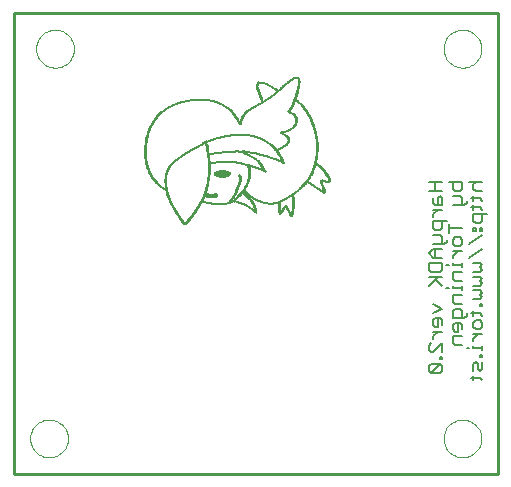
<source format=gbo>
G75*
%MOIN*%
%OFA0B0*%
%FSLAX24Y24*%
%IPPOS*%
%LPD*%
%AMOC8*
5,1,8,0,0,1.08239X$1,22.5*
%
%ADD10C,0.0100*%
%ADD11C,0.0000*%
%ADD12C,0.0050*%
%ADD13R,0.0010X0.0090*%
%ADD14R,0.0010X0.0130*%
%ADD15R,0.0010X0.0160*%
%ADD16R,0.0010X0.0190*%
%ADD17R,0.0010X0.0210*%
%ADD18R,0.0010X0.0230*%
%ADD19R,0.0010X0.0250*%
%ADD20R,0.0010X0.0070*%
%ADD21R,0.0010X0.0120*%
%ADD22R,0.0010X0.0110*%
%ADD23R,0.0010X0.0100*%
%ADD24R,0.0010X0.0050*%
%ADD25R,0.0010X0.0150*%
%ADD26R,0.0010X0.0080*%
%ADD27R,0.0010X0.0180*%
%ADD28R,0.0010X0.0240*%
%ADD29R,0.0010X0.0260*%
%ADD30R,0.0010X0.0290*%
%ADD31R,0.0010X0.0220*%
%ADD32R,0.0010X0.0280*%
%ADD33R,0.0010X0.0060*%
%ADD34R,0.0010X0.0350*%
%ADD35R,0.0010X0.0530*%
%ADD36R,0.0010X0.0670*%
%ADD37R,0.0010X0.0790*%
%ADD38R,0.0010X0.0890*%
%ADD39R,0.0010X0.0980*%
%ADD40R,0.0010X0.1120*%
%ADD41R,0.0010X0.0360*%
%ADD42R,0.0010X0.0440*%
%ADD43R,0.0010X0.0330*%
%ADD44R,0.0010X0.0300*%
%ADD45R,0.0010X0.0320*%
%ADD46R,0.0010X0.0270*%
%ADD47R,0.0010X0.0200*%
%ADD48R,0.0010X0.0170*%
%ADD49R,0.0010X0.0140*%
%ADD50R,0.0010X0.0040*%
%ADD51R,0.0010X0.0420*%
%ADD52R,0.0010X0.0470*%
%ADD53R,0.0010X0.0500*%
%ADD54R,0.0010X0.0340*%
%ADD55R,0.0010X0.0310*%
%ADD56R,0.0010X0.0390*%
%ADD57R,0.0010X0.0380*%
%ADD58R,0.0010X0.0570*%
%ADD59R,0.0010X0.0640*%
%ADD60R,0.0010X0.0750*%
%ADD61R,0.0010X0.0770*%
%ADD62R,0.0010X0.0010*%
%ADD63R,0.0010X0.0020*%
%ADD64R,0.0010X0.0030*%
%ADD65R,0.0010X0.0460*%
%ADD66R,0.0010X0.0430*%
%ADD67R,0.0010X0.0520*%
%ADD68R,0.0010X0.0560*%
%ADD69R,0.0010X0.0590*%
%ADD70R,0.0010X0.0620*%
%ADD71R,0.0010X0.0370*%
%ADD72R,0.0010X0.0400*%
%ADD73R,0.0010X0.0630*%
%ADD74R,0.0010X0.0940*%
%ADD75R,0.0010X0.1050*%
%ADD76R,0.0010X0.1180*%
%ADD77R,0.0010X0.0660*%
%ADD78R,0.0010X0.0540*%
%ADD79R,0.0010X0.0410*%
%ADD80R,0.0010X0.0810*%
%ADD81R,0.0010X0.0690*%
%ADD82R,0.0010X0.0450*%
%ADD83R,0.0010X0.1010*%
%ADD84R,0.0010X0.0930*%
%ADD85R,0.0010X0.0840*%
%ADD86R,0.0010X0.0740*%
%ADD87R,0.0010X0.0610*%
D10*
X000574Y000574D02*
X016715Y000574D01*
X016715Y015928D01*
X000574Y015928D01*
X000574Y000574D01*
X000574Y015928D01*
X016715Y015928D01*
X016715Y000574D01*
X000574Y000574D01*
D11*
X001125Y001755D02*
X001127Y001805D01*
X001133Y001855D01*
X001143Y001904D01*
X001157Y001952D01*
X001174Y001999D01*
X001195Y002044D01*
X001220Y002088D01*
X001248Y002129D01*
X001280Y002168D01*
X001314Y002205D01*
X001351Y002239D01*
X001391Y002269D01*
X001433Y002296D01*
X001477Y002320D01*
X001523Y002341D01*
X001570Y002357D01*
X001618Y002370D01*
X001668Y002379D01*
X001717Y002384D01*
X001768Y002385D01*
X001818Y002382D01*
X001867Y002375D01*
X001916Y002364D01*
X001964Y002349D01*
X002010Y002331D01*
X002055Y002309D01*
X002098Y002283D01*
X002139Y002254D01*
X002178Y002222D01*
X002214Y002187D01*
X002246Y002149D01*
X002276Y002109D01*
X002303Y002066D01*
X002326Y002022D01*
X002345Y001976D01*
X002361Y001928D01*
X002373Y001879D01*
X002381Y001830D01*
X002385Y001780D01*
X002385Y001730D01*
X002381Y001680D01*
X002373Y001631D01*
X002361Y001582D01*
X002345Y001534D01*
X002326Y001488D01*
X002303Y001444D01*
X002276Y001401D01*
X002246Y001361D01*
X002214Y001323D01*
X002178Y001288D01*
X002139Y001256D01*
X002098Y001227D01*
X002055Y001201D01*
X002010Y001179D01*
X001964Y001161D01*
X001916Y001146D01*
X001867Y001135D01*
X001818Y001128D01*
X001768Y001125D01*
X001717Y001126D01*
X001668Y001131D01*
X001618Y001140D01*
X001570Y001153D01*
X001523Y001169D01*
X001477Y001190D01*
X001433Y001214D01*
X001391Y001241D01*
X001351Y001271D01*
X001314Y001305D01*
X001280Y001342D01*
X001248Y001381D01*
X001220Y001422D01*
X001195Y001466D01*
X001174Y001511D01*
X001157Y001558D01*
X001143Y001606D01*
X001133Y001655D01*
X001127Y001705D01*
X001125Y001755D01*
X001322Y014747D02*
X001324Y014797D01*
X001330Y014847D01*
X001340Y014896D01*
X001354Y014944D01*
X001371Y014991D01*
X001392Y015036D01*
X001417Y015080D01*
X001445Y015121D01*
X001477Y015160D01*
X001511Y015197D01*
X001548Y015231D01*
X001588Y015261D01*
X001630Y015288D01*
X001674Y015312D01*
X001720Y015333D01*
X001767Y015349D01*
X001815Y015362D01*
X001865Y015371D01*
X001914Y015376D01*
X001965Y015377D01*
X002015Y015374D01*
X002064Y015367D01*
X002113Y015356D01*
X002161Y015341D01*
X002207Y015323D01*
X002252Y015301D01*
X002295Y015275D01*
X002336Y015246D01*
X002375Y015214D01*
X002411Y015179D01*
X002443Y015141D01*
X002473Y015101D01*
X002500Y015058D01*
X002523Y015014D01*
X002542Y014968D01*
X002558Y014920D01*
X002570Y014871D01*
X002578Y014822D01*
X002582Y014772D01*
X002582Y014722D01*
X002578Y014672D01*
X002570Y014623D01*
X002558Y014574D01*
X002542Y014526D01*
X002523Y014480D01*
X002500Y014436D01*
X002473Y014393D01*
X002443Y014353D01*
X002411Y014315D01*
X002375Y014280D01*
X002336Y014248D01*
X002295Y014219D01*
X002252Y014193D01*
X002207Y014171D01*
X002161Y014153D01*
X002113Y014138D01*
X002064Y014127D01*
X002015Y014120D01*
X001965Y014117D01*
X001914Y014118D01*
X001865Y014123D01*
X001815Y014132D01*
X001767Y014145D01*
X001720Y014161D01*
X001674Y014182D01*
X001630Y014206D01*
X001588Y014233D01*
X001548Y014263D01*
X001511Y014297D01*
X001477Y014334D01*
X001445Y014373D01*
X001417Y014414D01*
X001392Y014458D01*
X001371Y014503D01*
X001354Y014550D01*
X001340Y014598D01*
X001330Y014647D01*
X001324Y014697D01*
X001322Y014747D01*
X014904Y014747D02*
X014906Y014797D01*
X014912Y014847D01*
X014922Y014896D01*
X014936Y014944D01*
X014953Y014991D01*
X014974Y015036D01*
X014999Y015080D01*
X015027Y015121D01*
X015059Y015160D01*
X015093Y015197D01*
X015130Y015231D01*
X015170Y015261D01*
X015212Y015288D01*
X015256Y015312D01*
X015302Y015333D01*
X015349Y015349D01*
X015397Y015362D01*
X015447Y015371D01*
X015496Y015376D01*
X015547Y015377D01*
X015597Y015374D01*
X015646Y015367D01*
X015695Y015356D01*
X015743Y015341D01*
X015789Y015323D01*
X015834Y015301D01*
X015877Y015275D01*
X015918Y015246D01*
X015957Y015214D01*
X015993Y015179D01*
X016025Y015141D01*
X016055Y015101D01*
X016082Y015058D01*
X016105Y015014D01*
X016124Y014968D01*
X016140Y014920D01*
X016152Y014871D01*
X016160Y014822D01*
X016164Y014772D01*
X016164Y014722D01*
X016160Y014672D01*
X016152Y014623D01*
X016140Y014574D01*
X016124Y014526D01*
X016105Y014480D01*
X016082Y014436D01*
X016055Y014393D01*
X016025Y014353D01*
X015993Y014315D01*
X015957Y014280D01*
X015918Y014248D01*
X015877Y014219D01*
X015834Y014193D01*
X015789Y014171D01*
X015743Y014153D01*
X015695Y014138D01*
X015646Y014127D01*
X015597Y014120D01*
X015547Y014117D01*
X015496Y014118D01*
X015447Y014123D01*
X015397Y014132D01*
X015349Y014145D01*
X015302Y014161D01*
X015256Y014182D01*
X015212Y014206D01*
X015170Y014233D01*
X015130Y014263D01*
X015093Y014297D01*
X015059Y014334D01*
X015027Y014373D01*
X014999Y014414D01*
X014974Y014458D01*
X014953Y014503D01*
X014936Y014550D01*
X014922Y014598D01*
X014912Y014647D01*
X014906Y014697D01*
X014904Y014747D01*
X014904Y001755D02*
X014906Y001805D01*
X014912Y001855D01*
X014922Y001904D01*
X014936Y001952D01*
X014953Y001999D01*
X014974Y002044D01*
X014999Y002088D01*
X015027Y002129D01*
X015059Y002168D01*
X015093Y002205D01*
X015130Y002239D01*
X015170Y002269D01*
X015212Y002296D01*
X015256Y002320D01*
X015302Y002341D01*
X015349Y002357D01*
X015397Y002370D01*
X015447Y002379D01*
X015496Y002384D01*
X015547Y002385D01*
X015597Y002382D01*
X015646Y002375D01*
X015695Y002364D01*
X015743Y002349D01*
X015789Y002331D01*
X015834Y002309D01*
X015877Y002283D01*
X015918Y002254D01*
X015957Y002222D01*
X015993Y002187D01*
X016025Y002149D01*
X016055Y002109D01*
X016082Y002066D01*
X016105Y002022D01*
X016124Y001976D01*
X016140Y001928D01*
X016152Y001879D01*
X016160Y001830D01*
X016164Y001780D01*
X016164Y001730D01*
X016160Y001680D01*
X016152Y001631D01*
X016140Y001582D01*
X016124Y001534D01*
X016105Y001488D01*
X016082Y001444D01*
X016055Y001401D01*
X016025Y001361D01*
X015993Y001323D01*
X015957Y001288D01*
X015918Y001256D01*
X015877Y001227D01*
X015834Y001201D01*
X015789Y001179D01*
X015743Y001161D01*
X015695Y001146D01*
X015646Y001135D01*
X015597Y001128D01*
X015547Y001125D01*
X015496Y001126D01*
X015447Y001131D01*
X015397Y001140D01*
X015349Y001153D01*
X015302Y001169D01*
X015256Y001190D01*
X015212Y001214D01*
X015170Y001241D01*
X015130Y001271D01*
X015093Y001305D01*
X015059Y001342D01*
X015027Y001381D01*
X014999Y001422D01*
X014974Y001466D01*
X014953Y001511D01*
X014936Y001558D01*
X014922Y001606D01*
X014912Y001655D01*
X014906Y001705D01*
X014904Y001755D01*
D12*
X015896Y003701D02*
X015896Y003851D01*
X015821Y003776D02*
X016121Y003776D01*
X016196Y003701D01*
X016121Y004012D02*
X016046Y004087D01*
X016046Y004237D01*
X015971Y004312D01*
X015896Y004237D01*
X015896Y004012D01*
X016121Y004012D02*
X016196Y004087D01*
X016196Y004312D01*
X016196Y004467D02*
X016121Y004467D01*
X016121Y004542D01*
X016196Y004542D01*
X016196Y004467D01*
X016196Y004699D02*
X016196Y004849D01*
X016196Y004774D02*
X015896Y004774D01*
X015896Y004849D01*
X015896Y005007D02*
X015896Y005082D01*
X016046Y005233D01*
X016196Y005233D02*
X015896Y005233D01*
X015971Y005393D02*
X015896Y005468D01*
X015896Y005618D01*
X015971Y005693D01*
X016121Y005693D01*
X016196Y005618D01*
X016196Y005468D01*
X016121Y005393D01*
X015971Y005393D01*
X015526Y005391D02*
X015526Y005541D01*
X015451Y005616D01*
X015301Y005616D01*
X015226Y005541D01*
X015226Y005391D01*
X015301Y005316D01*
X015376Y005316D01*
X015376Y005616D01*
X015526Y005776D02*
X015526Y006002D01*
X015451Y006077D01*
X015301Y006077D01*
X015226Y006002D01*
X015226Y005776D01*
X015601Y005776D01*
X015676Y005851D01*
X015676Y005926D01*
X015821Y005925D02*
X016121Y005925D01*
X016196Y005850D01*
X015896Y005850D02*
X015896Y006000D01*
X016121Y006155D02*
X016196Y006155D01*
X016196Y006230D01*
X016121Y006230D01*
X016121Y006155D01*
X016121Y006390D02*
X015896Y006390D01*
X016121Y006390D02*
X016196Y006465D01*
X016121Y006540D01*
X016196Y006615D01*
X016121Y006690D01*
X015896Y006690D01*
X015896Y006851D02*
X016121Y006851D01*
X016196Y006926D01*
X016121Y007001D01*
X016196Y007076D01*
X016121Y007151D01*
X015896Y007151D01*
X015896Y007311D02*
X016121Y007311D01*
X016196Y007386D01*
X016121Y007461D01*
X016196Y007536D01*
X016121Y007611D01*
X015896Y007611D01*
X015746Y007771D02*
X016196Y008072D01*
X016196Y008532D02*
X015746Y008232D01*
X015526Y008230D02*
X015526Y008380D01*
X015451Y008455D01*
X015301Y008455D01*
X015226Y008380D01*
X015226Y008230D01*
X015301Y008155D01*
X015451Y008155D01*
X015526Y008230D01*
X015526Y007995D02*
X015226Y007995D01*
X015376Y007995D02*
X015226Y007845D01*
X015226Y007770D01*
X015226Y007611D02*
X015226Y007536D01*
X015526Y007536D01*
X015526Y007611D02*
X015526Y007461D01*
X015526Y007304D02*
X015226Y007304D01*
X015226Y007079D01*
X015301Y007004D01*
X015526Y007004D01*
X015526Y006844D02*
X015526Y006694D01*
X015526Y006769D02*
X015226Y006769D01*
X015226Y006844D01*
X015076Y006769D02*
X015001Y006769D01*
X014856Y006851D02*
X014631Y007076D01*
X014706Y007151D02*
X014406Y006851D01*
X014406Y007151D02*
X014856Y007151D01*
X014781Y007311D02*
X014481Y007311D01*
X014406Y007386D01*
X014406Y007611D01*
X014856Y007611D01*
X014856Y007386D01*
X014781Y007311D01*
X015001Y007536D02*
X015076Y007536D01*
X014856Y007771D02*
X014556Y007771D01*
X014406Y007922D01*
X014556Y008072D01*
X014856Y008072D01*
X014856Y008232D02*
X014856Y008457D01*
X014781Y008532D01*
X014556Y008532D01*
X014631Y008692D02*
X014781Y008692D01*
X014856Y008767D01*
X014856Y008992D01*
X015006Y008992D02*
X014556Y008992D01*
X014556Y008767D01*
X014631Y008692D01*
X015076Y008766D02*
X015526Y008766D01*
X015896Y008762D02*
X015896Y008687D01*
X015971Y008687D01*
X015971Y008762D01*
X015896Y008762D01*
X015971Y008922D02*
X016121Y008922D01*
X016196Y008997D01*
X016196Y009223D01*
X016346Y009223D02*
X015896Y009223D01*
X015896Y008997D01*
X015971Y008922D01*
X016121Y008762D02*
X016121Y008687D01*
X016196Y008687D01*
X016196Y008762D01*
X016121Y008762D01*
X016196Y009379D02*
X016121Y009455D01*
X015821Y009455D01*
X015896Y009530D02*
X015896Y009379D01*
X015896Y009686D02*
X015896Y009836D01*
X015821Y009761D02*
X016121Y009761D01*
X016196Y009686D01*
X016196Y009997D02*
X015971Y009997D01*
X015896Y010072D01*
X015896Y010222D01*
X015971Y010297D01*
X015746Y010297D02*
X016196Y010297D01*
X015526Y010297D02*
X015526Y010072D01*
X015451Y009997D01*
X015301Y009997D01*
X015226Y010072D01*
X015226Y010297D01*
X015076Y010297D02*
X015526Y010297D01*
X015451Y009836D02*
X015226Y009836D01*
X015451Y009836D02*
X015526Y009761D01*
X015526Y009536D01*
X015601Y009536D02*
X015676Y009611D01*
X015676Y009686D01*
X015601Y009536D02*
X015226Y009536D01*
X014856Y009536D02*
X014856Y009761D01*
X014781Y009836D01*
X014706Y009761D01*
X014706Y009536D01*
X014631Y009536D02*
X014856Y009536D01*
X014856Y009376D02*
X014556Y009376D01*
X014706Y009376D02*
X014556Y009226D01*
X014556Y009151D01*
X014631Y009536D02*
X014556Y009611D01*
X014556Y009761D01*
X014631Y009997D02*
X014631Y010297D01*
X014856Y010297D02*
X014406Y010297D01*
X014406Y009997D02*
X014856Y009997D01*
X015076Y008916D02*
X015076Y008615D01*
X015006Y008382D02*
X015006Y008307D01*
X014931Y008232D01*
X014556Y008232D01*
X014631Y008072D02*
X014631Y007771D01*
X015226Y006537D02*
X015226Y006312D01*
X015301Y006237D01*
X015526Y006237D01*
X015526Y006537D02*
X015226Y006537D01*
X014856Y006080D02*
X014556Y005930D01*
X014631Y005770D02*
X014556Y005695D01*
X014556Y005545D01*
X014631Y005469D01*
X014706Y005469D01*
X014706Y005770D01*
X014781Y005770D02*
X014631Y005770D01*
X014781Y005770D02*
X014856Y005695D01*
X014856Y005545D01*
X014856Y005309D02*
X014556Y005309D01*
X014556Y005159D02*
X014556Y005084D01*
X014556Y005159D02*
X014706Y005309D01*
X014856Y004926D02*
X014556Y004625D01*
X014481Y004625D01*
X014406Y004700D01*
X014406Y004851D01*
X014481Y004926D01*
X014856Y004926D02*
X014856Y004625D01*
X014856Y004465D02*
X014856Y004390D01*
X014781Y004390D01*
X014781Y004465D01*
X014856Y004465D01*
X014781Y004235D02*
X014481Y003935D01*
X014781Y003935D01*
X014856Y004010D01*
X014856Y004160D01*
X014781Y004235D01*
X014481Y004235D01*
X014406Y004160D01*
X014406Y004010D01*
X014481Y003935D01*
X015301Y004856D02*
X015526Y004856D01*
X015671Y004774D02*
X015746Y004774D01*
X015526Y005156D02*
X015226Y005156D01*
X015226Y004931D01*
X015301Y004856D01*
X014856Y006080D02*
X014556Y006230D01*
D13*
X010820Y010025D03*
X010770Y010055D03*
X010740Y010075D03*
X010710Y010095D03*
X010680Y010115D03*
X010650Y010135D03*
X010620Y010155D03*
X010610Y010165D03*
X010590Y010175D03*
X010580Y010185D03*
X010550Y010205D03*
X010520Y010225D03*
X010510Y010235D03*
X010490Y010245D03*
X010480Y010255D03*
X010450Y010275D03*
X010440Y010285D03*
X010190Y010125D03*
X010180Y010115D03*
X010170Y010105D03*
X010160Y010095D03*
X010150Y010085D03*
X010140Y010075D03*
X010110Y010055D03*
X010100Y010045D03*
X010090Y010035D03*
X010080Y010025D03*
X010070Y010015D03*
X010060Y010015D03*
X010050Y010005D03*
X010040Y009995D03*
X010030Y009985D03*
X010020Y009975D03*
X010010Y009975D03*
X010000Y009965D03*
X009990Y009955D03*
X009960Y009935D03*
X009950Y009925D03*
X009930Y009915D03*
X009920Y009905D03*
X009860Y009865D03*
X009830Y009845D03*
X009780Y009815D03*
X009750Y009795D03*
X009670Y009475D03*
X009660Y009475D03*
X009650Y009465D03*
X008610Y009345D03*
X008580Y009365D03*
X008570Y009375D03*
X008540Y009395D03*
X008530Y009405D03*
X008510Y009415D03*
X008500Y009425D03*
X008470Y009445D03*
X008440Y009465D03*
X008410Y009485D03*
X008580Y009765D03*
X008530Y009795D03*
X008500Y009815D03*
X008490Y009825D03*
X008470Y009835D03*
X008050Y009785D03*
X008040Y009775D03*
X008030Y009765D03*
X008020Y009755D03*
X008010Y009745D03*
X007930Y009685D03*
X007910Y009675D03*
X007370Y009855D03*
X007290Y010555D03*
X008110Y010505D03*
X008380Y010865D03*
X008610Y011095D03*
X008620Y011085D03*
X008640Y011075D03*
X008650Y011065D03*
X008660Y011055D03*
X008670Y011045D03*
X008690Y011035D03*
X008700Y011025D03*
X008710Y011015D03*
X008720Y011005D03*
X008730Y010995D03*
X008740Y010985D03*
X008970Y010685D03*
X009600Y010955D03*
X009610Y011495D03*
X009630Y011505D03*
X009640Y011515D03*
X009650Y011525D03*
X009670Y011535D03*
X009680Y011545D03*
X009690Y011555D03*
X009700Y011565D03*
X009690Y011825D03*
X009680Y011835D03*
X009670Y011845D03*
X009650Y011855D03*
X009520Y011935D03*
X009850Y012075D03*
X009880Y012095D03*
X009890Y012105D03*
X009900Y012115D03*
X009940Y012535D03*
X009930Y012545D03*
X009920Y012555D03*
X009750Y012645D03*
X010030Y013005D03*
X010020Y013015D03*
X010050Y012995D03*
X010060Y012985D03*
X010070Y012975D03*
X010080Y012965D03*
X010110Y012945D03*
X010120Y012935D03*
X010130Y012925D03*
X010140Y012915D03*
X010150Y012905D03*
X010160Y012895D03*
X009580Y013475D03*
X009570Y013465D03*
X009590Y013485D03*
X009600Y013495D03*
X009610Y013505D03*
X009620Y013515D03*
X009630Y013525D03*
X009660Y013545D03*
X009670Y013555D03*
X009680Y013565D03*
X009690Y013575D03*
X009700Y013585D03*
X009710Y013595D03*
X009730Y013605D03*
X009740Y013615D03*
X009750Y013625D03*
X009760Y013635D03*
X009770Y013645D03*
X009780Y013655D03*
X009790Y013655D03*
X009800Y013665D03*
X009810Y013675D03*
X009820Y013685D03*
X009840Y013695D03*
X009850Y013705D03*
X009880Y013725D03*
X010050Y013765D03*
X010060Y013755D03*
X009540Y013445D03*
X009530Y013435D03*
X009520Y013425D03*
X009510Y013415D03*
X009500Y013405D03*
X009490Y013395D03*
X009460Y013375D03*
X009450Y013365D03*
X009440Y013355D03*
X009430Y013345D03*
X009420Y013335D03*
X009410Y013325D03*
X009400Y013325D03*
X009340Y013275D03*
X009330Y013265D03*
X009320Y013255D03*
X009310Y013245D03*
X009290Y013235D03*
X009280Y013225D03*
X009270Y013215D03*
X009250Y013205D03*
X009240Y013195D03*
X009230Y013185D03*
X009210Y013175D03*
X009200Y013165D03*
X009190Y013155D03*
X009170Y013145D03*
X009160Y013135D03*
X009130Y013115D03*
X009100Y013095D03*
X009070Y013075D03*
X009040Y013055D03*
X009010Y013035D03*
X008980Y013015D03*
X008930Y012985D03*
X008910Y012975D03*
X008520Y012755D03*
X008490Y012735D03*
X008480Y012725D03*
X008460Y012715D03*
X008450Y012705D03*
X008440Y012695D03*
X008420Y012685D03*
X008410Y012675D03*
X008400Y012665D03*
X008390Y012655D03*
X008380Y012645D03*
X007810Y012685D03*
X007800Y012695D03*
X007790Y012705D03*
X007780Y012715D03*
X007770Y012725D03*
X007760Y012735D03*
X007740Y012745D03*
X007730Y012755D03*
X007720Y012765D03*
X007710Y012775D03*
X007700Y012775D03*
X007690Y012785D03*
X007680Y012795D03*
X007660Y012805D03*
X007650Y012815D03*
X007620Y012835D03*
X008990Y011665D03*
X009020Y011645D03*
X009040Y011635D03*
X009050Y011625D03*
X009080Y011605D03*
X009090Y011595D03*
X009110Y011585D03*
X009120Y011575D03*
X009130Y011565D03*
X009140Y011555D03*
X009160Y011545D03*
X009170Y011535D03*
X009180Y011525D03*
X009190Y011515D03*
X009200Y011505D03*
X009210Y011495D03*
X008200Y011305D03*
X008190Y011305D03*
X008180Y011305D03*
X006970Y011605D03*
X006960Y011605D03*
X006950Y011595D03*
X006930Y011585D03*
X006900Y011565D03*
X006880Y011555D03*
X006860Y011545D03*
X006850Y011545D03*
X006840Y011535D03*
X006830Y011535D03*
X006820Y011525D03*
X006810Y011525D03*
X006800Y011515D03*
X006790Y011515D03*
X006780Y011505D03*
X006760Y011495D03*
X006740Y011485D03*
X006720Y011475D03*
X006430Y011315D03*
X006380Y011285D03*
X006330Y011255D03*
X006300Y011235D03*
X006270Y011215D03*
X006240Y011195D03*
X006210Y011175D03*
X006180Y011155D03*
X006170Y011145D03*
X006150Y011135D03*
X006140Y011125D03*
X006130Y011115D03*
X006110Y011105D03*
X006100Y011095D03*
X006090Y011085D03*
X006070Y011075D03*
X006060Y011065D03*
X006050Y011055D03*
X006040Y011045D03*
X006030Y011045D03*
X006020Y011035D03*
X006010Y011025D03*
X006000Y011015D03*
X005990Y011005D03*
X005980Y010995D03*
X005410Y010225D03*
X005420Y010215D03*
X005430Y010205D03*
X005440Y010195D03*
X005450Y010185D03*
X005460Y010175D03*
X005470Y010175D03*
X005480Y010165D03*
X005490Y010155D03*
X005500Y010145D03*
X005520Y010135D03*
X005530Y010125D03*
X005560Y010105D03*
X005590Y010085D03*
X006290Y008905D03*
X006320Y008905D03*
X005510Y012605D03*
X005520Y012615D03*
X005530Y012625D03*
X005540Y012635D03*
X005550Y012645D03*
X005560Y012645D03*
X005570Y012655D03*
X005580Y012665D03*
X005590Y012675D03*
X005610Y012685D03*
X005620Y012695D03*
X005630Y012705D03*
X005650Y012715D03*
X005660Y012725D03*
X005710Y012755D03*
X009170Y013485D03*
X009220Y013455D03*
X009250Y013435D03*
X009280Y013415D03*
X009310Y013395D03*
X009340Y013375D03*
X010690Y010895D03*
X010700Y010885D03*
X010710Y010875D03*
X010730Y010865D03*
X010740Y010855D03*
X010750Y010845D03*
X010760Y010835D03*
X010770Y010825D03*
X010780Y010815D03*
X011150Y010375D03*
D14*
X011140Y010375D03*
X011080Y010475D03*
X011070Y010495D03*
X010450Y010445D03*
X010440Y010425D03*
X010430Y010415D03*
X010390Y010345D03*
X009580Y010985D03*
X009470Y011175D03*
X009450Y011205D03*
X009440Y011225D03*
X009430Y011235D03*
X008940Y010715D03*
X008950Y010705D03*
X008400Y010835D03*
X008330Y011275D03*
X008320Y011275D03*
X008300Y011285D03*
X008290Y011285D03*
X008130Y012265D03*
X008060Y012375D03*
X008040Y012405D03*
X008030Y012425D03*
X008020Y012435D03*
X008250Y012495D03*
X008260Y012515D03*
X008680Y013475D03*
X009380Y013325D03*
X009820Y012735D03*
X009770Y012655D03*
X009970Y012195D03*
X009570Y011925D03*
X010400Y012585D03*
X010380Y012615D03*
X010370Y012635D03*
X010360Y012645D03*
X008230Y009975D03*
X007940Y009835D03*
X007920Y009805D03*
X007800Y009645D03*
X007320Y009855D03*
X007040Y009855D03*
X006760Y009495D03*
X006750Y009475D03*
X006730Y009445D03*
X006720Y009425D03*
X006710Y009415D03*
X006700Y009395D03*
X006680Y009365D03*
X006660Y009335D03*
X006640Y009305D03*
X006140Y009095D03*
X006120Y009125D03*
X006110Y009145D03*
X006100Y009155D03*
X006090Y009175D03*
X006080Y009185D03*
X006070Y009205D03*
X006060Y009225D03*
X006050Y009235D03*
X006040Y009255D03*
X006020Y009285D03*
X006000Y009315D03*
X005990Y009335D03*
X005960Y009385D03*
X005210Y010465D03*
X005190Y010495D03*
X005750Y010735D03*
X005760Y010755D03*
X005770Y010765D03*
X006990Y011595D03*
X007310Y010555D03*
X008550Y009625D03*
X008560Y009605D03*
X009480Y009285D03*
X009570Y009375D03*
X009810Y009235D03*
X009850Y009215D03*
X005240Y012285D03*
X005230Y012275D03*
X005220Y012255D03*
X005250Y012305D03*
X005270Y012335D03*
D15*
X005170Y012160D03*
X005160Y012140D03*
X005150Y012120D03*
X005120Y010630D03*
X005130Y010610D03*
X005140Y010590D03*
X005630Y010340D03*
X005840Y009600D03*
X006870Y009690D03*
X007100Y009850D03*
X007110Y009850D03*
X007120Y009850D03*
X007130Y009850D03*
X007140Y009850D03*
X007150Y009850D03*
X007160Y009850D03*
X007170Y009850D03*
X007180Y009850D03*
X007190Y009850D03*
X007200Y009850D03*
X007210Y009850D03*
X007220Y009850D03*
X007230Y009850D03*
X007240Y009850D03*
X007250Y009850D03*
X007260Y009850D03*
X007850Y009680D03*
X007860Y009690D03*
X007990Y009700D03*
X008000Y009700D03*
X007970Y009890D03*
X007980Y009910D03*
X008240Y009980D03*
X008350Y010180D03*
X008360Y010200D03*
X007770Y010560D03*
X007340Y010560D03*
X007000Y011580D03*
X008210Y012420D03*
X008890Y013000D03*
X008750Y013340D03*
X009360Y013320D03*
X009880Y012840D03*
X009870Y012820D03*
X009860Y012800D03*
X009790Y012660D03*
X009980Y012220D03*
X010480Y012440D03*
X009380Y011330D03*
X009560Y011010D03*
X010400Y010350D03*
X010520Y010570D03*
X010530Y010590D03*
X011130Y010380D03*
X009720Y009410D03*
X009730Y009390D03*
X009740Y009370D03*
X009750Y009350D03*
X009760Y009330D03*
X009770Y009310D03*
X009780Y009290D03*
X008680Y009330D03*
X008590Y009550D03*
X008410Y010820D03*
D16*
X008890Y010765D03*
X008900Y010755D03*
X008390Y010275D03*
X008060Y010105D03*
X008050Y010075D03*
X008030Y010025D03*
X008430Y009815D03*
X008440Y009805D03*
X008450Y009795D03*
X007740Y010555D03*
X007370Y010555D03*
X006950Y009865D03*
X005780Y009745D03*
X005710Y010645D03*
X005090Y010705D03*
X005110Y012025D03*
X008810Y013195D03*
X009940Y012985D03*
X009960Y013035D03*
X010550Y012275D03*
X010580Y010715D03*
X010570Y010685D03*
X010850Y010285D03*
X011120Y010385D03*
X009880Y009825D03*
D17*
X010420Y010355D03*
X010890Y010185D03*
X010940Y010035D03*
X011110Y010395D03*
X009770Y011695D03*
X009520Y011055D03*
X008880Y010775D03*
X008260Y009985D03*
X008090Y010185D03*
X007710Y010555D03*
X007700Y010555D03*
X007400Y010555D03*
X007390Y010555D03*
X007010Y011565D03*
X008160Y012305D03*
X008830Y013145D03*
X009810Y012675D03*
X010040Y012355D03*
X010580Y012195D03*
X009980Y013095D03*
X010130Y013615D03*
X005760Y009795D03*
D18*
X005740Y009855D03*
X005060Y010795D03*
X005080Y011935D03*
X007430Y010555D03*
X007440Y010555D03*
X007450Y010555D03*
X007660Y010555D03*
X007670Y010555D03*
X007680Y010555D03*
X008160Y010405D03*
X009510Y011065D03*
X009760Y011695D03*
X010610Y010805D03*
X011100Y010395D03*
X008870Y013025D03*
X008170Y012315D03*
X010020Y013215D03*
D19*
X010030Y013245D03*
X008710Y013465D03*
X008180Y012325D03*
X007620Y010555D03*
X007610Y010555D03*
X007600Y010555D03*
X007590Y010555D03*
X007580Y010555D03*
X007570Y010555D03*
X007560Y010555D03*
X007550Y010555D03*
X007540Y010555D03*
X007530Y010555D03*
X007520Y010555D03*
X007510Y010555D03*
X007500Y010555D03*
X007490Y010555D03*
X008110Y010255D03*
X008280Y009995D03*
X008640Y009405D03*
X009950Y009595D03*
X010870Y010255D03*
X011090Y010405D03*
X010620Y010835D03*
X005730Y009895D03*
X005050Y010825D03*
D20*
X006570Y011395D03*
X006590Y011405D03*
X007040Y011645D03*
X007070Y011655D03*
X007090Y011665D03*
X007110Y011675D03*
X007120Y011675D03*
X007140Y011685D03*
X007170Y011695D03*
X007190Y011705D03*
X007200Y011705D03*
X007220Y011715D03*
X007230Y011715D03*
X007250Y011725D03*
X007260Y011725D03*
X007280Y011735D03*
X007290Y011735D03*
X007310Y011745D03*
X007320Y011745D03*
X007330Y011745D03*
X007340Y011755D03*
X007350Y011755D03*
X007360Y011755D03*
X007380Y011765D03*
X007390Y011765D03*
X007400Y011765D03*
X007410Y011775D03*
X007420Y011775D03*
X007430Y011775D03*
X007450Y011785D03*
X007460Y011785D03*
X007470Y011785D03*
X007480Y011785D03*
X007490Y011795D03*
X007500Y011795D03*
X007510Y011795D03*
X007520Y011795D03*
X007530Y011805D03*
X007540Y011805D03*
X007550Y011805D03*
X007560Y011805D03*
X007580Y011815D03*
X007590Y011815D03*
X007600Y011815D03*
X007610Y011815D03*
X007620Y011815D03*
X007630Y011825D03*
X007640Y011825D03*
X007650Y011825D03*
X007660Y011825D03*
X007670Y011825D03*
X007680Y011835D03*
X007690Y011835D03*
X007700Y011835D03*
X007710Y011835D03*
X007720Y011835D03*
X007730Y011835D03*
X007740Y011845D03*
X007750Y011845D03*
X007760Y011845D03*
X007770Y011845D03*
X007780Y011845D03*
X007790Y011845D03*
X007800Y011845D03*
X007820Y011855D03*
X007830Y011855D03*
X007840Y011855D03*
X007850Y011855D03*
X007860Y011855D03*
X007870Y011855D03*
X007880Y011855D03*
X007890Y011855D03*
X007900Y011865D03*
X007910Y011865D03*
X007920Y011865D03*
X007930Y011865D03*
X007940Y011865D03*
X007950Y011865D03*
X007960Y011865D03*
X007970Y011865D03*
X007980Y011865D03*
X007990Y011865D03*
X008000Y011865D03*
X008010Y011865D03*
X008020Y011865D03*
X008030Y011865D03*
X008060Y011875D03*
X008070Y011875D03*
X008080Y011875D03*
X008090Y011875D03*
X008100Y011875D03*
X008110Y011875D03*
X008120Y011875D03*
X008130Y011875D03*
X008140Y011875D03*
X008150Y011875D03*
X008160Y011875D03*
X008170Y011875D03*
X008180Y011875D03*
X008190Y011875D03*
X008200Y011875D03*
X008210Y011875D03*
X008220Y011875D03*
X008250Y011865D03*
X008260Y011865D03*
X008270Y011865D03*
X008280Y011865D03*
X008290Y011865D03*
X008300Y011865D03*
X008310Y011865D03*
X008320Y011865D03*
X008330Y011865D03*
X008340Y011865D03*
X008350Y011865D03*
X008360Y011865D03*
X008370Y011865D03*
X008390Y011855D03*
X008400Y011855D03*
X008410Y011855D03*
X008420Y011855D03*
X008430Y011855D03*
X008440Y011855D03*
X008450Y011855D03*
X008460Y011855D03*
X008470Y011845D03*
X008480Y011845D03*
X008490Y011845D03*
X008500Y011845D03*
X008510Y011845D03*
X008520Y011845D03*
X008530Y011845D03*
X008540Y011835D03*
X008550Y011835D03*
X008560Y011835D03*
X008570Y011835D03*
X008590Y011825D03*
X008600Y011825D03*
X008610Y011825D03*
X008630Y011815D03*
X008640Y011815D03*
X008650Y011815D03*
X008670Y011805D03*
X008680Y011805D03*
X008700Y011795D03*
X008710Y011795D03*
X008730Y011785D03*
X008740Y011785D03*
X008760Y011775D03*
X008770Y011775D03*
X008790Y011765D03*
X008820Y011755D03*
X008840Y011745D03*
X008860Y011735D03*
X008880Y011725D03*
X008900Y011715D03*
X008920Y011705D03*
X008460Y011295D03*
X008450Y011295D03*
X008440Y011295D03*
X008430Y011295D03*
X008420Y011295D03*
X008410Y011295D03*
X008390Y011305D03*
X008380Y011305D03*
X008470Y011285D03*
X008480Y011285D03*
X008490Y011285D03*
X008500Y011285D03*
X008510Y011285D03*
X008520Y011285D03*
X008530Y011275D03*
X008540Y011275D03*
X008550Y011275D03*
X008560Y011275D03*
X008570Y011275D03*
X008580Y011265D03*
X008590Y011265D03*
X008600Y011265D03*
X008610Y011265D03*
X008620Y011265D03*
X008640Y011255D03*
X008650Y011255D03*
X008660Y011255D03*
X008670Y011255D03*
X008680Y011245D03*
X008690Y011245D03*
X008700Y011245D03*
X008710Y011245D03*
X008730Y011235D03*
X008740Y011235D03*
X008750Y011235D03*
X008770Y011225D03*
X008780Y011225D03*
X008790Y011225D03*
X008810Y011215D03*
X008820Y011215D03*
X008830Y011215D03*
X008850Y011205D03*
X008860Y011205D03*
X008870Y011205D03*
X008890Y011195D03*
X008900Y011195D03*
X008910Y011195D03*
X008920Y011185D03*
X008930Y011185D03*
X008940Y011185D03*
X008960Y011175D03*
X008970Y011175D03*
X008980Y011175D03*
X008990Y011165D03*
X009000Y011165D03*
X009010Y011165D03*
X009020Y011155D03*
X009030Y011155D03*
X009040Y011155D03*
X009060Y011145D03*
X009070Y011145D03*
X009090Y011135D03*
X009100Y011135D03*
X009120Y011125D03*
X009130Y011125D03*
X009150Y011115D03*
X009160Y011115D03*
X009170Y011115D03*
X009180Y011105D03*
X009190Y011105D03*
X009210Y011095D03*
X009220Y011095D03*
X009240Y011085D03*
X009250Y011085D03*
X009270Y011075D03*
X009280Y011075D03*
X009300Y011065D03*
X009310Y011065D03*
X009330Y011055D03*
X009340Y011055D03*
X009360Y011045D03*
X009380Y011035D03*
X009390Y011035D03*
X009410Y011025D03*
X009440Y011015D03*
X009460Y011005D03*
X009470Y011005D03*
X009490Y010995D03*
X009610Y010945D03*
X009410Y011385D03*
X009430Y011395D03*
X009500Y011935D03*
X009610Y011975D03*
X009620Y011975D03*
X009630Y011975D03*
X009650Y011985D03*
X009660Y011985D03*
X009680Y011995D03*
X009710Y012005D03*
X009730Y012015D03*
X009780Y012035D03*
X009840Y012595D03*
X009820Y012605D03*
X009740Y012645D03*
X009100Y013525D03*
X009040Y013555D03*
X009020Y013565D03*
X009000Y013575D03*
X008980Y013585D03*
X008970Y013585D03*
X008950Y013595D03*
X008940Y013595D03*
X008920Y013605D03*
X008910Y013605D03*
X008900Y013605D03*
X008890Y013615D03*
X008880Y013615D03*
X008870Y013615D03*
X008860Y013615D03*
X008850Y013615D03*
X008840Y013615D03*
X008830Y013615D03*
X008820Y013615D03*
X008810Y013615D03*
X008800Y013615D03*
X008740Y012875D03*
X008590Y012795D03*
X007490Y012905D03*
X007470Y012915D03*
X007450Y012925D03*
X007430Y012935D03*
X007400Y012945D03*
X007380Y012955D03*
X007370Y012955D03*
X007350Y012965D03*
X007340Y012965D03*
X007320Y012975D03*
X007310Y012975D03*
X007290Y012985D03*
X007280Y012985D03*
X007260Y012995D03*
X007250Y012995D03*
X007240Y012995D03*
X007220Y013005D03*
X007210Y013005D03*
X007200Y013005D03*
X007180Y013015D03*
X007170Y013015D03*
X007160Y013015D03*
X007150Y013015D03*
X007130Y013025D03*
X007120Y013025D03*
X007110Y013025D03*
X007100Y013025D03*
X007090Y013025D03*
X007080Y013035D03*
X007070Y013035D03*
X007060Y013035D03*
X007050Y013035D03*
X007040Y013035D03*
X007030Y013035D03*
X007020Y013035D03*
X007010Y013035D03*
X007000Y013045D03*
X006990Y013045D03*
X006980Y013045D03*
X006970Y013045D03*
X006960Y013045D03*
X006950Y013045D03*
X006940Y013045D03*
X006930Y013045D03*
X006920Y013045D03*
X006910Y013045D03*
X006900Y013045D03*
X006890Y013045D03*
X006880Y013045D03*
X006870Y013045D03*
X006860Y013045D03*
X006850Y013045D03*
X006840Y013045D03*
X006800Y013045D03*
X006790Y013045D03*
X006780Y013045D03*
X006770Y013045D03*
X006760Y013045D03*
X006750Y013045D03*
X006740Y013045D03*
X006730Y013045D03*
X006720Y013045D03*
X006710Y013045D03*
X006700Y013045D03*
X006690Y013045D03*
X006680Y013045D03*
X006670Y013045D03*
X006660Y013045D03*
X006650Y013045D03*
X006640Y013045D03*
X006630Y013045D03*
X006620Y013045D03*
X006610Y013035D03*
X006600Y013035D03*
X006590Y013035D03*
X006580Y013035D03*
X006570Y013035D03*
X006560Y013035D03*
X006550Y013035D03*
X006540Y013035D03*
X006530Y013035D03*
X006520Y013025D03*
X006510Y013025D03*
X006500Y013025D03*
X006490Y013025D03*
X006480Y013025D03*
X006470Y013025D03*
X006460Y013015D03*
X006450Y013015D03*
X006440Y013015D03*
X006430Y013015D03*
X006420Y013015D03*
X006410Y013015D03*
X006390Y013005D03*
X006380Y013005D03*
X006370Y013005D03*
X006360Y013005D03*
X006340Y012995D03*
X006330Y012995D03*
X006320Y012995D03*
X006310Y012995D03*
X006300Y012985D03*
X006290Y012985D03*
X006280Y012985D03*
X006270Y012985D03*
X006250Y012975D03*
X006240Y012975D03*
X006230Y012975D03*
X006220Y012965D03*
X006210Y012965D03*
X006200Y012965D03*
X006180Y012955D03*
X006170Y012955D03*
X006160Y012955D03*
X006140Y012945D03*
X006130Y012945D03*
X006110Y012935D03*
X006100Y012935D03*
X006090Y012935D03*
X006080Y012925D03*
X006070Y012925D03*
X006060Y012925D03*
X006040Y012915D03*
X006020Y012905D03*
X006010Y012905D03*
X005990Y012895D03*
X005980Y012895D03*
X005960Y012885D03*
X005940Y012875D03*
X005920Y012865D03*
X005870Y012845D03*
X005850Y012835D03*
X007540Y011295D03*
X007550Y011295D03*
X007560Y011295D03*
X007570Y011295D03*
X007580Y011295D03*
X007590Y011295D03*
X007600Y011295D03*
X007610Y011295D03*
X007630Y011305D03*
X007640Y011305D03*
X007650Y011305D03*
X007660Y011305D03*
X007670Y011305D03*
X007680Y011305D03*
X007690Y011305D03*
X007700Y011305D03*
X007710Y011305D03*
X007720Y011305D03*
X007750Y011315D03*
X007760Y011315D03*
X007770Y011315D03*
X007780Y011315D03*
X007790Y011315D03*
X007800Y011315D03*
X007810Y011315D03*
X007820Y011315D03*
X007830Y011315D03*
X007840Y011315D03*
X007850Y011315D03*
X007860Y011315D03*
X007870Y011315D03*
X007880Y011315D03*
X007890Y011315D03*
X007900Y011315D03*
X007910Y011315D03*
X007920Y011315D03*
X007930Y011315D03*
X008000Y011325D03*
X008010Y011325D03*
X008020Y011325D03*
X008030Y011325D03*
X008040Y011325D03*
X008050Y011325D03*
X008060Y011325D03*
X008070Y011325D03*
X008130Y011315D03*
X008010Y010955D03*
X008000Y010955D03*
X007990Y010955D03*
X007980Y010955D03*
X007970Y010955D03*
X007960Y010955D03*
X007950Y010955D03*
X007940Y010955D03*
X007920Y010965D03*
X007910Y010965D03*
X007900Y010965D03*
X007890Y010965D03*
X007880Y010965D03*
X007870Y010965D03*
X007860Y010965D03*
X007850Y010965D03*
X007840Y010965D03*
X007830Y010965D03*
X007820Y010965D03*
X007810Y010965D03*
X007800Y010965D03*
X007790Y010965D03*
X007780Y010965D03*
X007770Y010965D03*
X007760Y010965D03*
X007750Y010965D03*
X007740Y010965D03*
X007730Y010965D03*
X007720Y010965D03*
X007710Y010965D03*
X007700Y010965D03*
X007690Y010965D03*
X007680Y010965D03*
X007670Y010965D03*
X007660Y010965D03*
X007650Y010965D03*
X007640Y010965D03*
X007630Y010965D03*
X007620Y010965D03*
X007610Y010965D03*
X007600Y010965D03*
X007590Y010965D03*
X007580Y010965D03*
X007570Y010965D03*
X007560Y010965D03*
X007550Y010965D03*
X007540Y010965D03*
X007530Y010965D03*
X007520Y010965D03*
X007510Y010965D03*
X007500Y010965D03*
X007490Y010965D03*
X007480Y010965D03*
X007450Y010955D03*
X007440Y010955D03*
X007430Y010955D03*
X007420Y010955D03*
X007410Y010955D03*
X007400Y010955D03*
X007390Y010955D03*
X007380Y010955D03*
X007370Y010955D03*
X007360Y010955D03*
X007350Y010955D03*
X007340Y010955D03*
X007320Y010945D03*
X007310Y010945D03*
X007300Y010945D03*
X007290Y010945D03*
X007280Y010945D03*
X007270Y010945D03*
X007260Y010945D03*
X007250Y010945D03*
X007230Y010935D03*
X007220Y010935D03*
X007210Y010935D03*
X007200Y010935D03*
X007190Y010935D03*
X007180Y010935D03*
X007170Y010935D03*
X007160Y010925D03*
X007150Y010925D03*
X007120Y011215D03*
X007130Y011225D03*
X007140Y011225D03*
X007150Y011225D03*
X007160Y011225D03*
X007180Y011235D03*
X007190Y011235D03*
X007200Y011235D03*
X007210Y011235D03*
X007230Y011245D03*
X007240Y011245D03*
X007250Y011245D03*
X007260Y011245D03*
X007270Y011255D03*
X007280Y011255D03*
X007290Y011255D03*
X007300Y011255D03*
X007310Y011255D03*
X007320Y011255D03*
X007330Y011265D03*
X007340Y011265D03*
X007350Y011265D03*
X007360Y011265D03*
X007370Y011265D03*
X007380Y011265D03*
X007400Y011275D03*
X007410Y011275D03*
X007420Y011275D03*
X007430Y011275D03*
X007440Y011275D03*
X007450Y011275D03*
X007460Y011285D03*
X007470Y011285D03*
X007480Y011285D03*
X007490Y011285D03*
X007500Y011285D03*
X007510Y011285D03*
X007520Y011285D03*
X007530Y011285D03*
X008020Y010945D03*
X008030Y010945D03*
X008040Y010945D03*
X008050Y010945D03*
X008060Y010945D03*
X008070Y010945D03*
X008080Y010935D03*
X008090Y010935D03*
X008100Y010935D03*
X008110Y010935D03*
X008120Y010935D03*
X008130Y010925D03*
X008140Y010925D03*
X008150Y010925D03*
X008160Y010925D03*
X008170Y010925D03*
X008180Y010915D03*
X008190Y010915D03*
X008200Y010915D03*
X008210Y010915D03*
X008230Y010905D03*
X008240Y010905D03*
X008250Y010905D03*
X008270Y010895D03*
X008280Y010895D03*
X008290Y010895D03*
X008300Y010895D03*
X008310Y010885D03*
X008320Y010885D03*
X008330Y010885D03*
X008350Y010875D03*
X008360Y010875D03*
X008370Y010875D03*
X008470Y010845D03*
X008480Y010845D03*
X008490Y010835D03*
X008500Y010835D03*
X008510Y010835D03*
X008530Y010825D03*
X008540Y010825D03*
X008560Y010815D03*
X008570Y010815D03*
X008590Y010805D03*
X008600Y010805D03*
X008620Y010795D03*
X008630Y010795D03*
X008650Y010785D03*
X008660Y010785D03*
X008670Y010785D03*
X008680Y010775D03*
X008690Y010775D03*
X008710Y010765D03*
X008720Y010765D03*
X008740Y010755D03*
X008750Y010755D03*
X008770Y010745D03*
X008780Y010745D03*
X008800Y010735D03*
X008810Y010735D03*
X008830Y010725D03*
X008840Y010725D03*
X008860Y010715D03*
X008180Y010425D03*
X008030Y009645D03*
X008020Y009645D03*
X008010Y009645D03*
X008050Y009635D03*
X008060Y009635D03*
X008080Y009625D03*
X008090Y009625D03*
X008110Y009615D03*
X008120Y009615D03*
X008140Y009605D03*
X008150Y009605D03*
X008170Y009595D03*
X008180Y009595D03*
X008200Y009585D03*
X008230Y009575D03*
X008250Y009565D03*
X008280Y009555D03*
X008300Y009545D03*
X008320Y009535D03*
X008650Y009725D03*
X008670Y009715D03*
X008690Y009705D03*
X008710Y009695D03*
X008730Y009685D03*
X008750Y009675D03*
X008760Y009675D03*
X008780Y009665D03*
X008800Y009655D03*
X008810Y009655D03*
X008830Y009645D03*
X008840Y009645D03*
X008860Y009635D03*
X008870Y009635D03*
X008880Y009625D03*
X008890Y009625D03*
X008900Y009625D03*
X008920Y009615D03*
X008930Y009615D03*
X008940Y009615D03*
X008950Y009615D03*
X008960Y009605D03*
X008970Y009605D03*
X008980Y009605D03*
X008990Y009605D03*
X009000Y009595D03*
X009010Y009595D03*
X009020Y009595D03*
X009030Y009595D03*
X009040Y009595D03*
X009050Y009595D03*
X009060Y009595D03*
X009070Y009585D03*
X009080Y009585D03*
X009090Y009585D03*
X009100Y009585D03*
X009110Y009585D03*
X009120Y009585D03*
X009130Y009585D03*
X009140Y009585D03*
X009150Y009585D03*
X009160Y009585D03*
X009170Y009585D03*
X009180Y009585D03*
X009190Y009585D03*
X009200Y009585D03*
X009210Y009585D03*
X009220Y009585D03*
X009230Y009585D03*
X009240Y009585D03*
X009250Y009585D03*
X009260Y009595D03*
X009270Y009595D03*
X009280Y009595D03*
X009290Y009595D03*
X009300Y009595D03*
X009310Y009595D03*
X009330Y009605D03*
X009340Y009605D03*
X009350Y009605D03*
X009370Y009615D03*
X009380Y009615D03*
X009390Y009615D03*
X009500Y009655D03*
X009540Y009675D03*
X010890Y009985D03*
X010990Y010315D03*
X011000Y010315D03*
X011010Y010315D03*
X011020Y010315D03*
X011030Y010315D03*
X011040Y010315D03*
X011050Y010315D03*
X011060Y010315D03*
X011070Y010315D03*
X011080Y010315D03*
X010980Y010325D03*
X010970Y010325D03*
X010960Y010325D03*
X010940Y010335D03*
X010930Y010335D03*
X010920Y010335D03*
X010900Y010345D03*
X007770Y009605D03*
X007760Y009605D03*
X007750Y009605D03*
X007740Y009595D03*
X007730Y009595D03*
X007720Y009595D03*
X007710Y009595D03*
X007700Y009585D03*
X007690Y009585D03*
X007680Y009585D03*
X007670Y009585D03*
X007660Y009585D03*
X007650Y009585D03*
X007640Y009575D03*
X007630Y009575D03*
X007620Y009575D03*
X007610Y009575D03*
X007600Y009575D03*
X007590Y009575D03*
X007580Y009575D03*
X007570Y009575D03*
X007540Y009565D03*
X007530Y009565D03*
X007520Y009565D03*
X007510Y009565D03*
X007500Y009565D03*
X007490Y009565D03*
X007480Y009565D03*
X007470Y009565D03*
X007460Y009565D03*
X007450Y009565D03*
X007440Y009565D03*
X007430Y009565D03*
X007420Y009565D03*
X007410Y009565D03*
X007400Y009565D03*
X007370Y009575D03*
X007360Y009575D03*
X007350Y009575D03*
X007340Y009575D03*
X007330Y009575D03*
X007320Y009575D03*
X007310Y009575D03*
X007300Y009575D03*
X007290Y009575D03*
X007280Y009575D03*
X007260Y009585D03*
X007250Y009585D03*
X007240Y009585D03*
X007230Y009585D03*
X007220Y009585D03*
X007210Y009585D03*
X007200Y009585D03*
X007190Y009585D03*
X007180Y009595D03*
X007170Y009595D03*
X007160Y009595D03*
X007150Y009595D03*
X007140Y009595D03*
X007130Y009595D03*
X007120Y009595D03*
X007110Y009605D03*
X007100Y009605D03*
X007090Y009605D03*
X007080Y009605D03*
X007070Y009605D03*
X007060Y009615D03*
X007050Y009615D03*
X007040Y009615D03*
X007030Y009615D03*
X007020Y009615D03*
X007000Y009625D03*
X006990Y009625D03*
X006980Y009625D03*
X006970Y009625D03*
X006960Y009635D03*
X006950Y009635D03*
X006940Y009635D03*
X006930Y009635D03*
X006920Y009645D03*
X006910Y009645D03*
X009930Y013755D03*
X009950Y013765D03*
X009960Y013765D03*
X009980Y013775D03*
X009990Y013775D03*
X010000Y013775D03*
X010010Y013775D03*
X010020Y013775D03*
X010030Y013775D03*
D21*
X009390Y013330D03*
X008900Y012990D03*
X008740Y013560D03*
X008280Y012540D03*
X008270Y012530D03*
X008010Y012450D03*
X008000Y012470D03*
X007990Y012480D03*
X007980Y012490D03*
X007970Y012510D03*
X007960Y012520D03*
X008270Y011290D03*
X008280Y011290D03*
X008310Y011280D03*
X008840Y010870D03*
X008850Y010860D03*
X008860Y010840D03*
X008870Y010830D03*
X009420Y011250D03*
X009410Y011270D03*
X009360Y011340D03*
X009730Y011600D03*
X009730Y011780D03*
X009560Y011930D03*
X009550Y011930D03*
X009960Y012180D03*
X010050Y012350D03*
X009970Y012500D03*
X010280Y012760D03*
X010310Y012720D03*
X010330Y012690D03*
X010340Y012680D03*
X010350Y012660D03*
X011030Y010550D03*
X011050Y010520D03*
X011060Y010510D03*
X010380Y010340D03*
X010350Y010300D03*
X009870Y009850D03*
X009590Y009400D03*
X009580Y009390D03*
X009560Y009360D03*
X009550Y009350D03*
X009540Y009330D03*
X009530Y009320D03*
X009820Y009220D03*
X008540Y009640D03*
X008530Y009650D03*
X008520Y009670D03*
X008510Y009680D03*
X008220Y009970D03*
X008210Y009960D03*
X007910Y009790D03*
X007960Y009690D03*
X007790Y009640D03*
X007340Y009850D03*
X007330Y009850D03*
X007030Y009850D03*
X007020Y009850D03*
X006690Y009380D03*
X006670Y009350D03*
X006650Y009320D03*
X006630Y009290D03*
X006620Y009280D03*
X006610Y009260D03*
X006600Y009250D03*
X006590Y009230D03*
X006580Y009220D03*
X006570Y009210D03*
X006560Y009190D03*
X006550Y009180D03*
X006530Y009150D03*
X006520Y009140D03*
X006490Y009100D03*
X006230Y008970D03*
X006220Y008980D03*
X006210Y009000D03*
X006200Y009010D03*
X006190Y009020D03*
X006180Y009040D03*
X006170Y009050D03*
X006160Y009070D03*
X006150Y009080D03*
X006130Y009110D03*
X005260Y010390D03*
X005240Y010420D03*
X005230Y010430D03*
X005220Y010450D03*
X005780Y010780D03*
X005800Y010810D03*
X005260Y012320D03*
X005280Y012350D03*
X005290Y012360D03*
X005300Y012380D03*
X005310Y012390D03*
X005340Y012430D03*
X007800Y010560D03*
D22*
X007300Y010555D03*
X007350Y009855D03*
X007010Y009855D03*
X006540Y009165D03*
X006510Y009125D03*
X006500Y009115D03*
X006480Y009085D03*
X006470Y009075D03*
X006460Y009065D03*
X006450Y009045D03*
X006440Y009035D03*
X006430Y009025D03*
X006420Y009015D03*
X006410Y009005D03*
X006390Y008975D03*
X006380Y008965D03*
X006370Y008955D03*
X006360Y008945D03*
X006260Y008935D03*
X006250Y008945D03*
X006240Y008955D03*
X005340Y010295D03*
X005330Y010305D03*
X005320Y010315D03*
X005310Y010325D03*
X005290Y010355D03*
X005280Y010365D03*
X005270Y010375D03*
X005250Y010405D03*
X005790Y010795D03*
X005810Y010825D03*
X005820Y010835D03*
X005830Y010845D03*
X005320Y012405D03*
X005330Y012415D03*
X005350Y012445D03*
X005360Y012455D03*
X005370Y012465D03*
X005380Y012475D03*
X007880Y012615D03*
X007890Y012605D03*
X007900Y012595D03*
X007910Y012585D03*
X007930Y012555D03*
X007940Y012545D03*
X007950Y012535D03*
X008290Y012555D03*
X008300Y012565D03*
X008260Y011295D03*
X008250Y011295D03*
X008240Y011295D03*
X008760Y010965D03*
X008770Y010955D03*
X008780Y010945D03*
X008810Y010905D03*
X008820Y010895D03*
X008830Y010885D03*
X008960Y010695D03*
X009350Y011345D03*
X009340Y011355D03*
X009310Y011395D03*
X009300Y011405D03*
X009290Y011415D03*
X009280Y011425D03*
X009710Y011575D03*
X009720Y011585D03*
X009720Y011795D03*
X009540Y011935D03*
X009950Y012165D03*
X009960Y012515D03*
X010250Y012795D03*
X010260Y012785D03*
X010270Y012775D03*
X010290Y012745D03*
X010300Y012735D03*
X010320Y012705D03*
X010240Y012805D03*
X010940Y010655D03*
X010950Y010645D03*
X010960Y010635D03*
X010970Y010625D03*
X011000Y010585D03*
X011010Y010575D03*
X011020Y010565D03*
X011040Y010535D03*
X010830Y010305D03*
X010970Y009995D03*
X010370Y010325D03*
X010360Y010315D03*
X010340Y010285D03*
X010330Y010275D03*
X010320Y010265D03*
X010280Y010215D03*
X010270Y010205D03*
X010260Y010195D03*
X009690Y009455D03*
X009610Y009425D03*
X009600Y009415D03*
X009520Y009305D03*
X009510Y009295D03*
X009500Y009285D03*
X008500Y009695D03*
X008490Y009705D03*
X008200Y009945D03*
X008190Y009935D03*
X008180Y009925D03*
X008170Y009905D03*
X008160Y009895D03*
X008150Y009885D03*
X008140Y009875D03*
X008130Y009865D03*
X007950Y009685D03*
X007940Y009685D03*
D23*
X008060Y009790D03*
X008070Y009800D03*
X008080Y009810D03*
X008090Y009820D03*
X008100Y009830D03*
X008110Y009840D03*
X008120Y009850D03*
X008470Y009730D03*
X008480Y009720D03*
X007810Y010560D03*
X008390Y010850D03*
X008680Y011040D03*
X008750Y010980D03*
X008790Y010930D03*
X008800Y010920D03*
X008230Y011300D03*
X008220Y011300D03*
X008210Y011300D03*
X009150Y011550D03*
X009220Y011490D03*
X009230Y011480D03*
X009240Y011470D03*
X009250Y011460D03*
X009260Y011450D03*
X009270Y011440D03*
X009320Y011380D03*
X009330Y011370D03*
X009590Y010970D03*
X009710Y011810D03*
X009700Y011820D03*
X009530Y011930D03*
X009910Y012120D03*
X009920Y012130D03*
X009930Y012140D03*
X009940Y012150D03*
X009950Y012530D03*
X009760Y012650D03*
X010090Y012960D03*
X010100Y012950D03*
X010170Y012880D03*
X010180Y012870D03*
X010190Y012860D03*
X010200Y012850D03*
X010210Y012840D03*
X010220Y012830D03*
X010230Y012820D03*
X009560Y013460D03*
X009550Y013450D03*
X009480Y013390D03*
X009470Y013380D03*
X009640Y013530D03*
X009650Y013540D03*
X009720Y013600D03*
X008760Y013590D03*
X008750Y013580D03*
X008370Y012640D03*
X008360Y012630D03*
X008350Y012620D03*
X008340Y012610D03*
X008330Y012600D03*
X008320Y012590D03*
X008310Y012580D03*
X007920Y012570D03*
X007870Y012630D03*
X007860Y012640D03*
X007850Y012650D03*
X007840Y012660D03*
X007830Y012670D03*
X007820Y012680D03*
X007750Y012740D03*
X006980Y011610D03*
X006940Y011590D03*
X006920Y011580D03*
X006910Y011570D03*
X006890Y011560D03*
X006870Y011550D03*
X007150Y010760D03*
X007360Y009850D03*
X006400Y008990D03*
X006350Y008930D03*
X006340Y008920D03*
X006330Y008910D03*
X006280Y008910D03*
X006270Y008920D03*
X005400Y010230D03*
X005390Y010240D03*
X005380Y010250D03*
X005370Y010260D03*
X005360Y010270D03*
X005350Y010280D03*
X005300Y010340D03*
X005840Y010860D03*
X005850Y010870D03*
X005860Y010880D03*
X005870Y010890D03*
X005880Y010900D03*
X005890Y010910D03*
X005900Y010920D03*
X005910Y010930D03*
X005920Y010940D03*
X005930Y010950D03*
X005940Y010960D03*
X005950Y010970D03*
X005960Y010980D03*
X005970Y010990D03*
X005390Y012490D03*
X005400Y012500D03*
X005410Y012510D03*
X005420Y012520D03*
X005430Y012530D03*
X005440Y012540D03*
X005450Y012550D03*
X005460Y012560D03*
X005470Y012570D03*
X005480Y012580D03*
X005490Y012590D03*
X005500Y012600D03*
X009490Y009270D03*
X009620Y009440D03*
X009630Y009450D03*
X009640Y009460D03*
X009680Y009470D03*
X009830Y009210D03*
X009840Y009200D03*
X010120Y010060D03*
X010130Y010070D03*
X010200Y010130D03*
X010210Y010140D03*
X010220Y010150D03*
X010230Y010160D03*
X010240Y010170D03*
X010250Y010180D03*
X010290Y010230D03*
X010300Y010240D03*
X010310Y010250D03*
X010830Y010770D03*
X010840Y010760D03*
X010850Y010750D03*
X010860Y010740D03*
X010870Y010730D03*
X010880Y010720D03*
X010890Y010710D03*
X010900Y010700D03*
X010910Y010690D03*
X010920Y010680D03*
X010930Y010670D03*
X010980Y010610D03*
X010990Y010600D03*
X010820Y010780D03*
X010810Y010790D03*
X010800Y010800D03*
X010790Y010810D03*
X010720Y010870D03*
D24*
X010980Y009985D03*
X009620Y010925D03*
X008990Y010655D03*
D25*
X008930Y010725D03*
X008370Y011265D03*
X008360Y011265D03*
X007780Y010555D03*
X007330Y010555D03*
X007280Y009855D03*
X007270Y009855D03*
X007090Y009855D03*
X007080Y009855D03*
X006860Y009675D03*
X006850Y009655D03*
X006840Y009635D03*
X006830Y009615D03*
X005890Y009505D03*
X005880Y009525D03*
X005870Y009545D03*
X005860Y009565D03*
X005850Y009585D03*
X005150Y010565D03*
X005730Y010695D03*
X005180Y012185D03*
X005190Y012205D03*
X007830Y009665D03*
X007840Y009675D03*
X007980Y009695D03*
X007950Y009855D03*
X007960Y009875D03*
X008320Y010125D03*
X008330Y010145D03*
X008340Y010165D03*
X009570Y010995D03*
X009590Y011925D03*
X009600Y011925D03*
X009780Y012655D03*
X009840Y012765D03*
X009850Y012785D03*
X010440Y012515D03*
X010450Y012495D03*
X010460Y012475D03*
X010470Y012455D03*
X009370Y013325D03*
X008220Y012445D03*
X008100Y012305D03*
X008110Y012285D03*
X008140Y012275D03*
X010510Y010555D03*
X010500Y010535D03*
X010490Y010515D03*
X010480Y010495D03*
X010840Y010295D03*
X010960Y010015D03*
X009710Y009425D03*
D26*
X009570Y009690D03*
X009560Y009690D03*
X009550Y009680D03*
X009530Y009670D03*
X009520Y009670D03*
X009510Y009660D03*
X009490Y009650D03*
X009480Y009650D03*
X009400Y009620D03*
X009360Y009610D03*
X009320Y009600D03*
X009580Y009700D03*
X009590Y009700D03*
X009600Y009710D03*
X009610Y009710D03*
X009620Y009720D03*
X009630Y009730D03*
X009640Y009730D03*
X009650Y009740D03*
X009660Y009740D03*
X009670Y009750D03*
X009680Y009750D03*
X009690Y009760D03*
X009700Y009770D03*
X009710Y009770D03*
X009720Y009780D03*
X009730Y009780D03*
X009740Y009790D03*
X009760Y009800D03*
X009770Y009810D03*
X009790Y009820D03*
X009800Y009830D03*
X009810Y009830D03*
X009820Y009840D03*
X009840Y009850D03*
X009850Y009860D03*
X009910Y009900D03*
X009940Y009920D03*
X009970Y009940D03*
X009980Y009950D03*
X010430Y010290D03*
X010460Y010270D03*
X010470Y010260D03*
X010500Y010240D03*
X010530Y010220D03*
X010540Y010210D03*
X010560Y010200D03*
X010570Y010190D03*
X010600Y010170D03*
X010630Y010150D03*
X010640Y010140D03*
X010660Y010130D03*
X010670Y010120D03*
X010690Y010110D03*
X010700Y010100D03*
X010720Y010090D03*
X010730Y010080D03*
X010750Y010070D03*
X010760Y010060D03*
X010780Y010050D03*
X010790Y010040D03*
X010800Y010040D03*
X010810Y010030D03*
X010830Y010020D03*
X010840Y010010D03*
X010850Y010010D03*
X010860Y010000D03*
X010870Y010000D03*
X010880Y009990D03*
X010900Y009980D03*
X010950Y010330D03*
X010910Y010340D03*
X010890Y010340D03*
X009660Y011530D03*
X009620Y011500D03*
X009600Y011490D03*
X009590Y011480D03*
X009580Y011470D03*
X009570Y011470D03*
X009560Y011460D03*
X009550Y011460D03*
X009540Y011450D03*
X009530Y011440D03*
X009520Y011440D03*
X009510Y011430D03*
X009500Y011430D03*
X009490Y011420D03*
X009480Y011420D03*
X009470Y011410D03*
X009460Y011410D03*
X009450Y011400D03*
X009440Y011400D03*
X009420Y011390D03*
X009320Y011060D03*
X009350Y011050D03*
X009370Y011040D03*
X009400Y011030D03*
X009420Y011020D03*
X009430Y011020D03*
X009450Y011010D03*
X009480Y011000D03*
X009500Y010990D03*
X009290Y011070D03*
X009260Y011080D03*
X009230Y011090D03*
X009200Y011100D03*
X009140Y011120D03*
X009110Y011130D03*
X009080Y011140D03*
X009050Y011150D03*
X008950Y011180D03*
X008880Y011200D03*
X008840Y011210D03*
X008800Y011220D03*
X008760Y011230D03*
X008720Y011240D03*
X008630Y011260D03*
X008560Y011130D03*
X008550Y011130D03*
X008540Y011140D03*
X008530Y011140D03*
X008520Y011150D03*
X008510Y011150D03*
X008500Y011160D03*
X008490Y011170D03*
X008480Y011170D03*
X008470Y011180D03*
X008460Y011180D03*
X008450Y011190D03*
X008440Y011190D03*
X008430Y011200D03*
X008420Y011200D03*
X008410Y011210D03*
X008400Y011210D03*
X008390Y011220D03*
X008380Y011220D03*
X008570Y011120D03*
X008580Y011110D03*
X008590Y011110D03*
X008600Y011100D03*
X008630Y011080D03*
X008550Y010820D03*
X008580Y010810D03*
X008610Y010800D03*
X008640Y010790D03*
X008700Y010770D03*
X008730Y010760D03*
X008760Y010750D03*
X008790Y010740D03*
X008820Y010730D03*
X008850Y010720D03*
X008870Y010710D03*
X008980Y010670D03*
X008520Y010830D03*
X008340Y010880D03*
X008260Y010900D03*
X008220Y010910D03*
X007820Y010560D03*
X007380Y009850D03*
X007780Y009610D03*
X007920Y009680D03*
X008040Y009640D03*
X008070Y009630D03*
X008100Y009620D03*
X008130Y009610D03*
X008160Y009600D03*
X008190Y009590D03*
X008210Y009580D03*
X008220Y009580D03*
X008240Y009570D03*
X008260Y009560D03*
X008270Y009560D03*
X008290Y009550D03*
X008310Y009540D03*
X008330Y009530D03*
X008340Y009530D03*
X008350Y009520D03*
X008360Y009510D03*
X008370Y009510D03*
X008380Y009500D03*
X008390Y009500D03*
X008400Y009490D03*
X008420Y009480D03*
X008430Y009470D03*
X008450Y009460D03*
X008460Y009450D03*
X008480Y009440D03*
X008490Y009430D03*
X008520Y009410D03*
X008550Y009390D03*
X008560Y009380D03*
X008590Y009360D03*
X008600Y009350D03*
X008740Y009680D03*
X008720Y009690D03*
X008700Y009700D03*
X008680Y009710D03*
X008660Y009720D03*
X008640Y009730D03*
X008630Y009740D03*
X008620Y009740D03*
X008610Y009750D03*
X008600Y009750D03*
X008590Y009760D03*
X008570Y009770D03*
X008560Y009780D03*
X008550Y009780D03*
X008540Y009790D03*
X008520Y009800D03*
X008510Y009810D03*
X008480Y009830D03*
X008770Y009670D03*
X008790Y009660D03*
X008820Y009650D03*
X008850Y009640D03*
X008910Y009620D03*
X007220Y011240D03*
X007170Y011230D03*
X006770Y011500D03*
X006750Y011490D03*
X006730Y011480D03*
X006710Y011470D03*
X006700Y011460D03*
X006690Y011460D03*
X006680Y011450D03*
X006670Y011450D03*
X006660Y011440D03*
X006650Y011440D03*
X006640Y011430D03*
X006630Y011430D03*
X006620Y011420D03*
X006610Y011420D03*
X006600Y011410D03*
X006580Y011400D03*
X006560Y011390D03*
X006550Y011380D03*
X006540Y011380D03*
X006530Y011370D03*
X006520Y011370D03*
X006510Y011360D03*
X006500Y011360D03*
X006490Y011350D03*
X006480Y011340D03*
X006470Y011340D03*
X006460Y011330D03*
X006450Y011330D03*
X006440Y011320D03*
X006420Y011310D03*
X006410Y011300D03*
X006400Y011300D03*
X006390Y011290D03*
X006370Y011280D03*
X006360Y011270D03*
X006350Y011270D03*
X006340Y011260D03*
X006320Y011250D03*
X006310Y011240D03*
X006290Y011230D03*
X006280Y011220D03*
X006260Y011210D03*
X006250Y011200D03*
X006230Y011190D03*
X006220Y011180D03*
X006200Y011170D03*
X006190Y011160D03*
X006160Y011140D03*
X006120Y011110D03*
X006080Y011080D03*
X005510Y010140D03*
X005540Y010120D03*
X005550Y010110D03*
X005570Y010100D03*
X005580Y010090D03*
X005600Y010080D03*
X005610Y010070D03*
X005620Y010070D03*
X005630Y010060D03*
X005640Y010060D03*
X006300Y008900D03*
X006310Y008900D03*
X007010Y009620D03*
X008140Y011310D03*
X008150Y011310D03*
X008160Y011310D03*
X008170Y011310D03*
X008580Y011830D03*
X008620Y011820D03*
X008660Y011810D03*
X008690Y011800D03*
X008720Y011790D03*
X008750Y011780D03*
X008780Y011770D03*
X008800Y011760D03*
X008810Y011760D03*
X008830Y011750D03*
X008850Y011740D03*
X008870Y011730D03*
X008890Y011720D03*
X008910Y011710D03*
X008930Y011700D03*
X008940Y011690D03*
X008950Y011690D03*
X008960Y011680D03*
X008970Y011680D03*
X008980Y011670D03*
X009000Y011660D03*
X009010Y011650D03*
X009030Y011640D03*
X009060Y011620D03*
X009070Y011610D03*
X009100Y011590D03*
X009510Y011930D03*
X009610Y011880D03*
X009620Y011870D03*
X009630Y011870D03*
X009640Y011860D03*
X009660Y011850D03*
X009640Y011980D03*
X009670Y011990D03*
X009690Y012000D03*
X009700Y012000D03*
X009720Y012010D03*
X009740Y012020D03*
X009750Y012020D03*
X009760Y012030D03*
X009770Y012030D03*
X009790Y012040D03*
X009800Y012050D03*
X009810Y012050D03*
X009820Y012060D03*
X009830Y012060D03*
X009840Y012070D03*
X009860Y012080D03*
X009870Y012090D03*
X009800Y011690D03*
X009910Y012560D03*
X009900Y012570D03*
X009890Y012570D03*
X009880Y012580D03*
X009870Y012580D03*
X009860Y012590D03*
X009850Y012590D03*
X009830Y012600D03*
X010040Y013000D03*
X009830Y013690D03*
X009860Y013710D03*
X009870Y013720D03*
X009890Y013730D03*
X009900Y013740D03*
X009910Y013740D03*
X009920Y013750D03*
X009940Y013760D03*
X009970Y013770D03*
X010040Y013770D03*
X009330Y013380D03*
X009320Y013390D03*
X009300Y013400D03*
X009290Y013410D03*
X009270Y013420D03*
X009260Y013430D03*
X009240Y013440D03*
X009230Y013450D03*
X009210Y013460D03*
X009200Y013470D03*
X009190Y013470D03*
X009180Y013480D03*
X009160Y013490D03*
X009150Y013500D03*
X009140Y013500D03*
X009130Y013510D03*
X009120Y013510D03*
X009110Y013520D03*
X009090Y013530D03*
X009080Y013540D03*
X009070Y013540D03*
X009060Y013550D03*
X009050Y013550D03*
X009030Y013560D03*
X009010Y013570D03*
X008990Y013580D03*
X008960Y013590D03*
X008930Y013600D03*
X008790Y013610D03*
X008780Y013600D03*
X008770Y013600D03*
X009090Y013090D03*
X009080Y013080D03*
X009060Y013070D03*
X009050Y013060D03*
X009030Y013050D03*
X009020Y013040D03*
X009000Y013030D03*
X008990Y013020D03*
X008970Y013010D03*
X008960Y013000D03*
X008950Y013000D03*
X008940Y012990D03*
X008920Y012980D03*
X008840Y012930D03*
X008830Y012920D03*
X008820Y012920D03*
X008810Y012910D03*
X008800Y012910D03*
X008790Y012900D03*
X008780Y012900D03*
X008770Y012890D03*
X008760Y012890D03*
X008750Y012880D03*
X008730Y012870D03*
X008720Y012860D03*
X008710Y012860D03*
X008700Y012850D03*
X008690Y012850D03*
X008680Y012840D03*
X008670Y012840D03*
X008660Y012830D03*
X008650Y012830D03*
X008640Y012820D03*
X008630Y012820D03*
X008620Y012810D03*
X008610Y012810D03*
X008600Y012800D03*
X008580Y012790D03*
X008570Y012780D03*
X008560Y012780D03*
X008550Y012770D03*
X008540Y012770D03*
X008530Y012760D03*
X008510Y012750D03*
X008500Y012740D03*
X008470Y012720D03*
X008430Y012690D03*
X007670Y012800D03*
X007640Y012820D03*
X007630Y012830D03*
X007610Y012840D03*
X007600Y012850D03*
X007590Y012850D03*
X007580Y012860D03*
X007570Y012860D03*
X007560Y012870D03*
X007550Y012880D03*
X007540Y012880D03*
X007530Y012890D03*
X007520Y012890D03*
X007510Y012900D03*
X007500Y012900D03*
X007480Y012910D03*
X007460Y012920D03*
X007440Y012930D03*
X007420Y012940D03*
X007410Y012940D03*
X007390Y012950D03*
X007360Y012960D03*
X007330Y012970D03*
X007300Y012980D03*
X007270Y012990D03*
X007230Y013000D03*
X007190Y013010D03*
X007140Y013020D03*
X006400Y013010D03*
X006350Y013000D03*
X006260Y012980D03*
X006190Y012960D03*
X006150Y012950D03*
X006120Y012940D03*
X006050Y012920D03*
X006030Y012910D03*
X006000Y012900D03*
X005970Y012890D03*
X005950Y012880D03*
X005930Y012870D03*
X005910Y012860D03*
X005900Y012860D03*
X005890Y012850D03*
X005880Y012850D03*
X005860Y012840D03*
X005840Y012830D03*
X005830Y012820D03*
X005820Y012820D03*
X005810Y012810D03*
X005800Y012810D03*
X005790Y012800D03*
X005780Y012800D03*
X005770Y012790D03*
X005760Y012790D03*
X005750Y012780D03*
X005740Y012770D03*
X005730Y012770D03*
X005720Y012760D03*
X005700Y012750D03*
X005690Y012740D03*
X005680Y012740D03*
X005670Y012730D03*
X005640Y012710D03*
X005600Y012680D03*
X007050Y011650D03*
X007060Y011650D03*
X007080Y011660D03*
X007100Y011670D03*
X007130Y011680D03*
X007150Y011690D03*
X007160Y011690D03*
X007180Y011700D03*
X007210Y011710D03*
X007240Y011720D03*
X007270Y011730D03*
X007300Y011740D03*
X007370Y011760D03*
X007440Y011780D03*
X007570Y011810D03*
X009110Y013100D03*
X009120Y013110D03*
X009140Y013120D03*
X009150Y013130D03*
X009180Y013150D03*
X009220Y013180D03*
X009260Y013210D03*
X009300Y013240D03*
D27*
X008800Y013220D03*
X008790Y013250D03*
X008740Y013370D03*
X008200Y012400D03*
X008150Y012290D03*
X009390Y011320D03*
X009540Y011030D03*
X009550Y011020D03*
X009780Y011690D03*
X010540Y012300D03*
X010530Y012320D03*
X010520Y012350D03*
X009910Y012910D03*
X009920Y012930D03*
X009930Y012960D03*
X009800Y012670D03*
X010560Y010660D03*
X010410Y010350D03*
X010950Y010020D03*
X008610Y009500D03*
X008420Y009830D03*
X008410Y009840D03*
X008250Y009980D03*
X008040Y010050D03*
X008020Y010000D03*
X008010Y009980D03*
X007880Y009710D03*
X007870Y009700D03*
X008380Y010250D03*
X007750Y010560D03*
X007360Y010560D03*
X006960Y009890D03*
X006940Y009840D03*
X006880Y009700D03*
X005810Y009670D03*
X005790Y009720D03*
X005100Y010680D03*
X005120Y012050D03*
D28*
X005070Y011900D03*
X007010Y010040D03*
X006980Y009930D03*
X007460Y010560D03*
X007470Y010560D03*
X007480Y010560D03*
X007630Y010560D03*
X007640Y010560D03*
X007650Y010560D03*
X008270Y009990D03*
X008650Y009390D03*
X010930Y010050D03*
X010610Y012100D03*
X009990Y013110D03*
D29*
X010040Y013280D03*
X010050Y013320D03*
X010030Y012350D03*
X010620Y012060D03*
X009750Y011690D03*
X010630Y010870D03*
X010920Y010070D03*
X009870Y009280D03*
X008420Y010380D03*
X007020Y010080D03*
D30*
X008150Y010395D03*
X010640Y010915D03*
X010910Y010085D03*
X010640Y011985D03*
X010060Y013365D03*
X008720Y013465D03*
D31*
X008700Y013470D03*
X008840Y013110D03*
X010590Y012160D03*
X010600Y012130D03*
X010600Y010770D03*
X010860Y010270D03*
X010900Y010150D03*
X008660Y009370D03*
X008100Y010220D03*
X008410Y010330D03*
X008420Y010790D03*
X007690Y010560D03*
X007420Y010560D03*
X007410Y010560D03*
X006900Y009720D03*
X005750Y009830D03*
X005070Y010760D03*
X005090Y011970D03*
D32*
X005050Y011830D03*
X005040Y010870D03*
X005700Y010580D03*
X006990Y009940D03*
X007030Y010120D03*
X008290Y010000D03*
X008620Y009430D03*
X010880Y010240D03*
X009740Y011690D03*
X007020Y011530D03*
D33*
X007390Y011270D03*
X007620Y011300D03*
X007730Y011310D03*
X007740Y011310D03*
X007940Y011320D03*
X007950Y011320D03*
X007960Y011320D03*
X007970Y011320D03*
X007980Y011320D03*
X007990Y011320D03*
X008080Y011320D03*
X008090Y011320D03*
X008100Y011320D03*
X008110Y011320D03*
X008120Y011320D03*
X008400Y011300D03*
X007930Y010960D03*
X007470Y010960D03*
X007460Y010960D03*
X007330Y010950D03*
X007240Y010940D03*
X007280Y010560D03*
X007390Y009850D03*
X007390Y009570D03*
X007380Y009570D03*
X007270Y009580D03*
X007550Y009570D03*
X007560Y009570D03*
X007810Y011850D03*
X008040Y011870D03*
X008050Y011870D03*
X008230Y011870D03*
X008240Y011870D03*
X008380Y011860D03*
X006830Y013050D03*
X006820Y013050D03*
X006810Y013050D03*
X008670Y013480D03*
X010820Y010320D03*
D34*
X010660Y011015D03*
X010740Y011485D03*
X010110Y013585D03*
X007040Y011415D03*
D35*
X010730Y011465D03*
D36*
X010720Y011455D03*
D37*
X010710Y011445D03*
X007120Y010775D03*
D38*
X010700Y011445D03*
D39*
X010690Y011450D03*
D40*
X010680Y011420D03*
D41*
X010670Y011840D03*
X010000Y012350D03*
X005030Y011720D03*
D42*
X004960Y011310D03*
X007140Y010760D03*
X009450Y009450D03*
X010670Y011080D03*
D43*
X010660Y011895D03*
X010010Y012345D03*
X008140Y010385D03*
D44*
X008480Y010590D03*
X009410Y009510D03*
X010650Y011940D03*
X010020Y012350D03*
X008850Y013050D03*
X010120Y013600D03*
X005710Y009980D03*
D45*
X005030Y010920D03*
X005040Y011780D03*
X007000Y009960D03*
X008730Y013460D03*
X010650Y010960D03*
D46*
X010630Y012025D03*
X010000Y013125D03*
X008860Y013035D03*
X005720Y009935D03*
X005060Y011865D03*
X008630Y009415D03*
D47*
X008670Y009350D03*
X008460Y009790D03*
X008400Y010300D03*
X008080Y010160D03*
X008070Y010130D03*
X007730Y010560D03*
X007720Y010560D03*
X007380Y010560D03*
X006970Y009910D03*
X006890Y009710D03*
X007890Y009720D03*
X007900Y009730D03*
X009530Y011040D03*
X009400Y011320D03*
X010590Y010740D03*
X010570Y012220D03*
X010560Y012250D03*
X009950Y013010D03*
X009970Y013060D03*
X008880Y013010D03*
X008820Y013170D03*
X008190Y012370D03*
X005770Y009770D03*
X005080Y010730D03*
X005100Y012000D03*
X009860Y009250D03*
D48*
X008600Y009525D03*
X008400Y009845D03*
X008390Y009855D03*
X008380Y009865D03*
X008370Y009875D03*
X008360Y009885D03*
X008350Y009895D03*
X008340Y009895D03*
X008330Y009905D03*
X008320Y009915D03*
X008310Y009925D03*
X008370Y010225D03*
X008170Y010415D03*
X008490Y010595D03*
X008910Y010745D03*
X008920Y010735D03*
X008000Y009955D03*
X007990Y009935D03*
X007760Y010555D03*
X007350Y010555D03*
X006930Y009815D03*
X006920Y009795D03*
X006910Y009775D03*
X005830Y009625D03*
X005820Y009645D03*
X005800Y009695D03*
X005720Y010675D03*
X005110Y010655D03*
X004950Y011305D03*
X005130Y012075D03*
X005140Y012095D03*
X008690Y013475D03*
X008760Y013315D03*
X008770Y013295D03*
X008780Y013275D03*
X009350Y013325D03*
X009890Y012865D03*
X009900Y012885D03*
X010490Y012415D03*
X010500Y012395D03*
X010510Y012375D03*
X010550Y010635D03*
X010540Y010615D03*
D49*
X010470Y010480D03*
X010460Y010460D03*
X009500Y011120D03*
X009490Y011140D03*
X009480Y011160D03*
X009460Y011190D03*
X009370Y011330D03*
X009790Y011690D03*
X009580Y011930D03*
X009980Y012480D03*
X009830Y012750D03*
X010390Y012600D03*
X010410Y012570D03*
X010420Y012550D03*
X010430Y012530D03*
X010070Y013730D03*
X008240Y012480D03*
X008230Y012460D03*
X008070Y012360D03*
X008080Y012340D03*
X008090Y012320D03*
X008120Y012270D03*
X008050Y012390D03*
X008340Y011270D03*
X008350Y011270D03*
X007790Y010560D03*
X007320Y010560D03*
X007310Y009850D03*
X007300Y009850D03*
X007290Y009850D03*
X007070Y009850D03*
X007060Y009850D03*
X007050Y009850D03*
X006820Y009600D03*
X006810Y009580D03*
X006800Y009560D03*
X006790Y009540D03*
X006780Y009530D03*
X006770Y009510D03*
X006740Y009460D03*
X006030Y009270D03*
X006010Y009300D03*
X005980Y009350D03*
X005970Y009370D03*
X005950Y009400D03*
X005940Y009420D03*
X005930Y009440D03*
X005920Y009450D03*
X005910Y009470D03*
X005900Y009490D03*
X005200Y010480D03*
X005180Y010510D03*
X005170Y010530D03*
X005160Y010550D03*
X005740Y010720D03*
X005200Y012220D03*
X005210Y012240D03*
X007810Y009650D03*
X007820Y009660D03*
X007970Y009690D03*
X007930Y009820D03*
X008310Y010110D03*
X008570Y009590D03*
X008580Y009570D03*
X009700Y009440D03*
X009790Y009270D03*
X009800Y009250D03*
D50*
X009000Y010640D03*
X008100Y010510D03*
X007830Y010560D03*
X007400Y009850D03*
X010140Y013630D03*
D51*
X010100Y013570D03*
X009430Y009460D03*
D52*
X007060Y011325D03*
X010090Y013555D03*
D53*
X010080Y013540D03*
X009930Y009600D03*
D54*
X007050Y010210D03*
X010070Y013420D03*
D55*
X010010Y013135D03*
X007040Y010165D03*
X008300Y010005D03*
X009880Y009315D03*
D56*
X009990Y012345D03*
D57*
X008470Y010590D03*
X009420Y009470D03*
X009940Y009600D03*
X007060Y010260D03*
X005700Y010050D03*
D58*
X009920Y009565D03*
D59*
X009910Y009530D03*
D60*
X009900Y009555D03*
X005680Y010305D03*
D61*
X009890Y009545D03*
D62*
X009010Y010625D03*
X007770Y009675D03*
X009730Y012645D03*
D63*
X009630Y010910D03*
X008090Y010510D03*
D64*
X007780Y009675D03*
X009490Y011935D03*
D65*
X009470Y009450D03*
X009460Y009450D03*
D66*
X009440Y009455D03*
X007070Y010325D03*
D67*
X007080Y010420D03*
X008460Y010620D03*
D68*
X008450Y010610D03*
D69*
X008440Y010595D03*
X005650Y010305D03*
D70*
X008430Y010580D03*
D71*
X008130Y010375D03*
X007030Y011495D03*
D72*
X008120Y010360D03*
X005020Y010990D03*
D73*
X005660Y010315D03*
X007130Y010765D03*
D74*
X007110Y010790D03*
D75*
X007100Y010785D03*
D76*
X007090Y010800D03*
D77*
X007080Y011170D03*
D78*
X007070Y011260D03*
D79*
X007050Y011375D03*
X005640Y010335D03*
D80*
X005690Y010295D03*
D81*
X005670Y010315D03*
D82*
X005020Y011645D03*
D83*
X005010Y011325D03*
D84*
X005000Y011325D03*
D85*
X004990Y011320D03*
D86*
X004980Y011320D03*
D87*
X004970Y011315D03*
M02*

</source>
